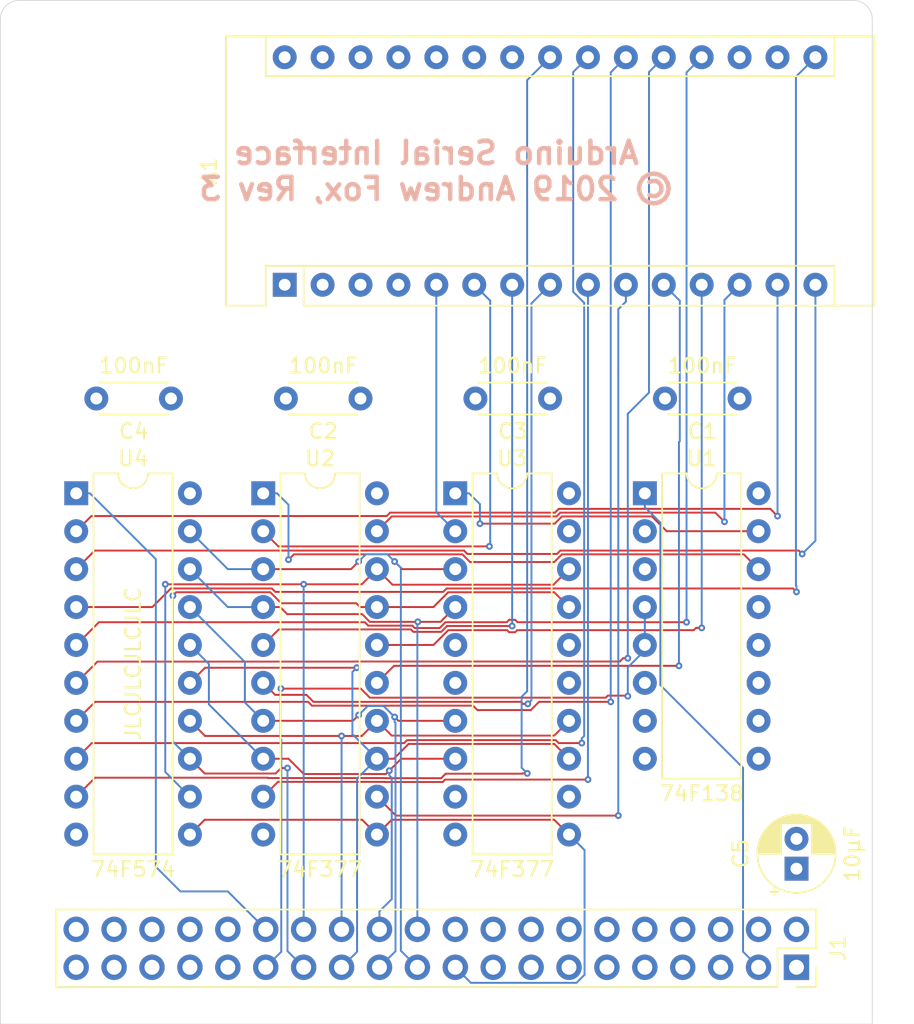
<source format=kicad_pcb>
(kicad_pcb (version 20171130) (host pcbnew "(5.1.0-0)")
  (title_block (title "Arduino Serial Card"))
  (layers (0 F.Cu signal) (1 In1.Cu power hide) (2 In2.Cu power hide) (31 B.Cu signal) (34 B.Paste user) (35 F.Paste user) (36 B.SilkS user) (37 F.SilkS user) (38 B.Mask user) (39 F.Mask user) (44 Edge.Cuts user))
  (net 0 "")
  (net 1 VCC)
  (net 2 GND)
  (net 3 /AddressBus0)
  (net 4 /DataBus7)
  (net 5 /DataBus6)
  (net 6 /DataBus5)
  (net 7 /DataBus4)
  (net 8 /DataBus3)
  (net 9 /DataBus2)
  (net 10 /DataBus1)
  (net 11 /DataBus0)
  (net 12 /~PO)
  (net 13 /~PI)
  (net 14 "Net-(A1-Pad16)")
  (net 15 "Net-(A1-Pad15)")
  (net 16 "Net-(A1-Pad14)")
  (net 17 "Net-(A1-Pad13)")
  (net 18 "Net-(A1-Pad12)")
  (net 19 "Net-(A1-Pad11)")
  (net 20 "Net-(A1-Pad10)")
  (net 21 "Net-(A1-Pad9)")
  (net 22 "Net-(A1-Pad8)")
  (net 23 "Net-(A1-Pad23)")
  (net 24 "Net-(A1-Pad7)")
  (net 25 "Net-(A1-Pad22)")
  (net 26 "Net-(A1-Pad6)")
  (net 27 "Net-(A1-Pad21)")
  (net 28 "Net-(A1-Pad5)")
  (net 29 "Net-(A1-Pad20)")
  (net 30 "Net-(A1-Pad19)")
  (net 31 /RegisterClock)
  (net 32 "Net-(U1-Pad15)")
  (net 33 "Net-(U1-Pad14)")
  (module Package_DIP:DIP-20_W7.62mm (layer F.Cu) (at 113.03 101.6)
    (fp_text reference U4 (at 3.81 -2.33) (layer F.SilkS))
    (fp_text value 74F574 (at 3.81 25.19) (layer F.SilkS))
    (pad 20 thru_hole oval (at 7.62 0) (size 1.6 1.6) (drill 0.8) (layers *.Cu *.Mask) (net 1 VCC))
    (pad 10 thru_hole oval (at 0 22.86) (size 1.6 1.6) (drill 0.8) (layers *.Cu *.Mask) (net 2 GND))
    (pad 19 thru_hole oval (at 7.62 2.54) (size 1.6 1.6) (drill 0.8) (layers *.Cu *.Mask) (net 11 /DataBus0))
    (pad 9 thru_hole oval (at 0 20.32) (size 1.6 1.6) (drill 0.8) (layers *.Cu *.Mask) (net 23 "Net-(A1-Pad23)"))
    (pad 18 thru_hole oval (at 7.62 5.08) (size 1.6 1.6) (drill 0.8) (layers *.Cu *.Mask) (net 10 /DataBus1))
    (pad 8 thru_hole oval (at 0 17.78) (size 1.6 1.6) (drill 0.8) (layers *.Cu *.Mask) (net 25 "Net-(A1-Pad22)"))
    (pad 17 thru_hole oval (at 7.62 7.62) (size 1.6 1.6) (drill 0.8) (layers *.Cu *.Mask) (net 9 /DataBus2))
    (pad 7 thru_hole oval (at 0 15.24) (size 1.6 1.6) (drill 0.8) (layers *.Cu *.Mask) (net 27 "Net-(A1-Pad21)"))
    (pad 16 thru_hole oval (at 7.62 10.16) (size 1.6 1.6) (drill 0.8) (layers *.Cu *.Mask) (net 8 /DataBus3))
    (pad 6 thru_hole oval (at 0 12.7) (size 1.6 1.6) (drill 0.8) (layers *.Cu *.Mask) (net 29 "Net-(A1-Pad20)"))
    (pad 15 thru_hole oval (at 7.62 12.7) (size 1.6 1.6) (drill 0.8) (layers *.Cu *.Mask) (net 7 /DataBus4))
    (pad 5 thru_hole oval (at 0 10.16) (size 1.6 1.6) (drill 0.8) (layers *.Cu *.Mask) (net 30 "Net-(A1-Pad19)"))
    (pad 14 thru_hole oval (at 7.62 15.24) (size 1.6 1.6) (drill 0.8) (layers *.Cu *.Mask) (net 6 /DataBus5))
    (pad 4 thru_hole oval (at 0 7.62) (size 1.6 1.6) (drill 0.8) (layers *.Cu *.Mask) (net 14 "Net-(A1-Pad16)"))
    (pad 13 thru_hole oval (at 7.62 17.78) (size 1.6 1.6) (drill 0.8) (layers *.Cu *.Mask) (net 5 /DataBus6))
    (pad 3 thru_hole oval (at 0 5.08) (size 1.6 1.6) (drill 0.8) (layers *.Cu *.Mask) (net 15 "Net-(A1-Pad15)"))
    (pad 12 thru_hole oval (at 7.62 20.32) (size 1.6 1.6) (drill 0.8) (layers *.Cu *.Mask) (net 4 /DataBus7))
    (pad 2 thru_hole oval (at 0 2.54) (size 1.6 1.6) (drill 0.8) (layers *.Cu *.Mask) (net 16 "Net-(A1-Pad14)"))
    (pad 11 thru_hole oval (at 7.62 22.86) (size 1.6 1.6) (drill 0.8) (layers *.Cu *.Mask) (net 31 /RegisterClock))
    (pad 1 thru_hole rect (at 0 0) (size 1.6 1.6) (drill 0.8) (layers *.Cu *.Mask) (net 12 /~PO))
  )
  (module Package_DIP:DIP-20_W7.62mm (layer F.Cu) (at 138.43 101.6)
    (fp_text reference U3 (at 3.81 -2.33) (layer F.SilkS))
    (fp_text value 74F377 (at 3.81 25.19) (layer F.SilkS))
    (pad 20 thru_hole oval (at 7.62 0) (size 1.6 1.6) (drill 0.8) (layers *.Cu *.Mask) (net 1 VCC))
    (pad 10 thru_hole oval (at 0 22.86) (size 1.6 1.6) (drill 0.8) (layers *.Cu *.Mask) (net 2 GND))
    (pad 19 thru_hole oval (at 7.62 2.54) (size 1.6 1.6) (drill 0.8) (layers *.Cu *.Mask))
    (pad 9 thru_hole oval (at 0 20.32) (size 1.6 1.6) (drill 0.8) (layers *.Cu *.Mask))
    (pad 18 thru_hole oval (at 7.62 5.08) (size 1.6 1.6) (drill 0.8) (layers *.Cu *.Mask) (net 4 /DataBus7))
    (pad 8 thru_hole oval (at 0 17.78) (size 1.6 1.6) (drill 0.8) (layers *.Cu *.Mask) (net 8 /DataBus3))
    (pad 17 thru_hole oval (at 7.62 7.62) (size 1.6 1.6) (drill 0.8) (layers *.Cu *.Mask) (net 5 /DataBus6))
    (pad 7 thru_hole oval (at 0 15.24) (size 1.6 1.6) (drill 0.8) (layers *.Cu *.Mask) (net 9 /DataBus2))
    (pad 16 thru_hole oval (at 7.62 10.16) (size 1.6 1.6) (drill 0.8) (layers *.Cu *.Mask))
    (pad 6 thru_hole oval (at 0 12.7) (size 1.6 1.6) (drill 0.8) (layers *.Cu *.Mask))
    (pad 15 thru_hole oval (at 7.62 12.7) (size 1.6 1.6) (drill 0.8) (layers *.Cu *.Mask))
    (pad 5 thru_hole oval (at 0 10.16) (size 1.6 1.6) (drill 0.8) (layers *.Cu *.Mask))
    (pad 14 thru_hole oval (at 7.62 15.24) (size 1.6 1.6) (drill 0.8) (layers *.Cu *.Mask) (net 6 /DataBus5))
    (pad 4 thru_hole oval (at 0 7.62) (size 1.6 1.6) (drill 0.8) (layers *.Cu *.Mask) (net 10 /DataBus1))
    (pad 13 thru_hole oval (at 7.62 17.78) (size 1.6 1.6) (drill 0.8) (layers *.Cu *.Mask) (net 7 /DataBus4))
    (pad 3 thru_hole oval (at 0 5.08) (size 1.6 1.6) (drill 0.8) (layers *.Cu *.Mask) (net 11 /DataBus0))
    (pad 12 thru_hole oval (at 7.62 20.32) (size 1.6 1.6) (drill 0.8) (layers *.Cu *.Mask))
    (pad 2 thru_hole oval (at 0 2.54) (size 1.6 1.6) (drill 0.8) (layers *.Cu *.Mask) (net 28 "Net-(A1-Pad5)"))
    (pad 11 thru_hole oval (at 7.62 22.86) (size 1.6 1.6) (drill 0.8) (layers *.Cu *.Mask) (net 31 /RegisterClock))
    (pad 1 thru_hole rect (at 0 0) (size 1.6 1.6) (drill 0.8) (layers *.Cu *.Mask) (net 32 "Net-(U1-Pad15)"))
  )
  (module Package_DIP:DIP-20_W7.62mm (layer F.Cu) (at 125.56 101.6)
    (fp_text reference U2 (at 3.81 -2.33) (layer F.SilkS))
    (fp_text value 74F377 (at 3.81 25.19) (layer F.SilkS))
    (pad 20 thru_hole oval (at 7.62 0) (size 1.6 1.6) (drill 0.8) (layers *.Cu *.Mask) (net 1 VCC))
    (pad 10 thru_hole oval (at 0 22.86) (size 1.6 1.6) (drill 0.8) (layers *.Cu *.Mask) (net 2 GND))
    (pad 19 thru_hole oval (at 7.62 2.54) (size 1.6 1.6) (drill 0.8) (layers *.Cu *.Mask) (net 17 "Net-(A1-Pad13)"))
    (pad 9 thru_hole oval (at 0 20.32) (size 1.6 1.6) (drill 0.8) (layers *.Cu *.Mask) (net 21 "Net-(A1-Pad9)"))
    (pad 18 thru_hole oval (at 7.62 5.08) (size 1.6 1.6) (drill 0.8) (layers *.Cu *.Mask) (net 4 /DataBus7))
    (pad 8 thru_hole oval (at 0 17.78) (size 1.6 1.6) (drill 0.8) (layers *.Cu *.Mask) (net 8 /DataBus3))
    (pad 17 thru_hole oval (at 7.62 7.62) (size 1.6 1.6) (drill 0.8) (layers *.Cu *.Mask) (net 5 /DataBus6))
    (pad 7 thru_hole oval (at 0 15.24) (size 1.6 1.6) (drill 0.8) (layers *.Cu *.Mask) (net 9 /DataBus2))
    (pad 16 thru_hole oval (at 7.62 10.16) (size 1.6 1.6) (drill 0.8) (layers *.Cu *.Mask) (net 18 "Net-(A1-Pad12)"))
    (pad 6 thru_hole oval (at 0 12.7) (size 1.6 1.6) (drill 0.8) (layers *.Cu *.Mask) (net 22 "Net-(A1-Pad8)"))
    (pad 15 thru_hole oval (at 7.62 12.7) (size 1.6 1.6) (drill 0.8) (layers *.Cu *.Mask) (net 19 "Net-(A1-Pad11)"))
    (pad 5 thru_hole oval (at 0 10.16) (size 1.6 1.6) (drill 0.8) (layers *.Cu *.Mask) (net 24 "Net-(A1-Pad7)"))
    (pad 14 thru_hole oval (at 7.62 15.24) (size 1.6 1.6) (drill 0.8) (layers *.Cu *.Mask) (net 6 /DataBus5))
    (pad 4 thru_hole oval (at 0 7.62) (size 1.6 1.6) (drill 0.8) (layers *.Cu *.Mask) (net 10 /DataBus1))
    (pad 13 thru_hole oval (at 7.62 17.78) (size 1.6 1.6) (drill 0.8) (layers *.Cu *.Mask) (net 7 /DataBus4))
    (pad 3 thru_hole oval (at 0 5.08) (size 1.6 1.6) (drill 0.8) (layers *.Cu *.Mask) (net 11 /DataBus0))
    (pad 12 thru_hole oval (at 7.62 20.32) (size 1.6 1.6) (drill 0.8) (layers *.Cu *.Mask) (net 20 "Net-(A1-Pad10)"))
    (pad 2 thru_hole oval (at 0 2.54) (size 1.6 1.6) (drill 0.8) (layers *.Cu *.Mask) (net 26 "Net-(A1-Pad6)"))
    (pad 11 thru_hole oval (at 7.62 22.86) (size 1.6 1.6) (drill 0.8) (layers *.Cu *.Mask) (net 31 /RegisterClock))
    (pad 1 thru_hole rect (at 0 0) (size 1.6 1.6) (drill 0.8) (layers *.Cu *.Mask) (net 33 "Net-(U1-Pad14)"))
  )
  (module Package_DIP:DIP-16_W7.62mm (layer F.Cu) (at 151.13 101.6)
    (fp_text reference U1 (at 3.81 -2.33) (layer F.SilkS))
    (fp_text value 74F138 (at 3.81 20.11) (layer F.SilkS))
    (pad 16 thru_hole oval (at 7.62 0) (size 1.6 1.6) (drill 0.8) (layers *.Cu *.Mask) (net 1 VCC))
    (pad 8 thru_hole oval (at 0 17.78) (size 1.6 1.6) (drill 0.8) (layers *.Cu *.Mask) (net 2 GND))
    (pad 15 thru_hole oval (at 7.62 2.54) (size 1.6 1.6) (drill 0.8) (layers *.Cu *.Mask) (net 32 "Net-(U1-Pad15)"))
    (pad 7 thru_hole oval (at 0 15.24) (size 1.6 1.6) (drill 0.8) (layers *.Cu *.Mask))
    (pad 14 thru_hole oval (at 7.62 5.08) (size 1.6 1.6) (drill 0.8) (layers *.Cu *.Mask) (net 33 "Net-(U1-Pad14)"))
    (pad 6 thru_hole oval (at 0 12.7) (size 1.6 1.6) (drill 0.8) (layers *.Cu *.Mask) (net 1 VCC))
    (pad 13 thru_hole oval (at 7.62 7.62) (size 1.6 1.6) (drill 0.8) (layers *.Cu *.Mask))
    (pad 5 thru_hole oval (at 0 10.16) (size 1.6 1.6) (drill 0.8) (layers *.Cu *.Mask) (net 13 /~PI))
    (pad 12 thru_hole oval (at 7.62 10.16) (size 1.6 1.6) (drill 0.8) (layers *.Cu *.Mask))
    (pad 4 thru_hole oval (at 0 7.62) (size 1.6 1.6) (drill 0.8) (layers *.Cu *.Mask) (net 13 /~PI))
    (pad 11 thru_hole oval (at 7.62 12.7) (size 1.6 1.6) (drill 0.8) (layers *.Cu *.Mask))
    (pad 3 thru_hole oval (at 0 5.08) (size 1.6 1.6) (drill 0.8) (layers *.Cu *.Mask) (net 2 GND))
    (pad 10 thru_hole oval (at 7.62 15.24) (size 1.6 1.6) (drill 0.8) (layers *.Cu *.Mask))
    (pad 2 thru_hole oval (at 0 2.54) (size 1.6 1.6) (drill 0.8) (layers *.Cu *.Mask) (net 2 GND))
    (pad 9 thru_hole oval (at 7.62 17.78) (size 1.6 1.6) (drill 0.8) (layers *.Cu *.Mask))
    (pad 1 thru_hole rect (at 0 0) (size 1.6 1.6) (drill 0.8) (layers *.Cu *.Mask) (net 3 /AddressBus0))
  )
  (module Capacitor_THT:CP_Radial_D5.0mm_P2.00mm (layer F.Cu) (at 161.29 126.746 90)
    (fp_text reference C5 (at 1 -3.75 90) (layer F.SilkS))
    (fp_text value 10µF (at 1 3.75 90) (layer F.SilkS))
    (pad 2 thru_hole circle (at 2 0 90) (size 1.6 1.6) (drill 0.8) (layers *.Cu *.Mask) (net 2 GND))
    (pad 1 thru_hole rect (at 0 0 90) (size 1.6 1.6) (drill 0.8) (layers *.Cu *.Mask) (net 1 VCC))
  )
  (module Capacitor_THT:C_Disc_D4.3mm_W1.9mm_P5.00mm (layer F.Cu) (at 119.38 95.25 180)
    (fp_text reference C4 (at 2.5 -2.2 180) (layer F.SilkS))
    (fp_text value 100nF (at 2.5 2.2 180) (layer F.SilkS))
    (pad 2 thru_hole circle (at 5 0 180) (size 1.6 1.6) (drill 0.8) (layers *.Cu *.Mask) (net 2 GND))
    (pad 1 thru_hole circle (at 0 0 180) (size 1.6 1.6) (drill 0.8) (layers *.Cu *.Mask) (net 1 VCC))
  )
  (module Capacitor_THT:C_Disc_D4.3mm_W1.9mm_P5.00mm (layer F.Cu) (at 144.78 95.25 180)
    (fp_text reference C3 (at 2.5 -2.2 180) (layer F.SilkS))
    (fp_text value 100nF (at 2.5 2.2 180) (layer F.SilkS))
    (pad 2 thru_hole circle (at 5 0 180) (size 1.6 1.6) (drill 0.8) (layers *.Cu *.Mask) (net 2 GND))
    (pad 1 thru_hole circle (at 0 0 180) (size 1.6 1.6) (drill 0.8) (layers *.Cu *.Mask) (net 1 VCC))
  )
  (module Capacitor_THT:C_Disc_D4.3mm_W1.9mm_P5.00mm (layer F.Cu) (at 132.08 95.25 180)
    (fp_text reference C2 (at 2.5 -2.2 180) (layer F.SilkS))
    (fp_text value 100nF (at 2.5 2.2 180) (layer F.SilkS))
    (pad 2 thru_hole circle (at 5 0 180) (size 1.6 1.6) (drill 0.8) (layers *.Cu *.Mask) (net 2 GND))
    (pad 1 thru_hole circle (at 0 0 180) (size 1.6 1.6) (drill 0.8) (layers *.Cu *.Mask) (net 1 VCC))
  )
  (module Capacitor_THT:C_Disc_D4.3mm_W1.9mm_P5.00mm (layer F.Cu) (at 157.48 95.25 180)
    (fp_text reference C1 (at 2.5 -2.2 180) (layer F.SilkS))
    (fp_text value 100nF (at 2.5 2.2 180) (layer F.SilkS))
    (pad 2 thru_hole circle (at 5 0 180) (size 1.6 1.6) (drill 0.8) (layers *.Cu *.Mask) (net 2 GND))
    (pad 1 thru_hole circle (at 0 0 180) (size 1.6 1.6) (drill 0.8) (layers *.Cu *.Mask) (net 1 VCC))
  )
  (module Connector_PinSocket_2.54mm:PinSocket_2x20_P2.54mm_Vertical (layer F.Cu) (at 161.29 133.35 270)
    (fp_text reference J1 (at -1.27 -2.77 270) (layer F.SilkS))
    (fp_text value Conn)
    (pad 40 thru_hole oval (at -2.54 48.26 270) (size 1.7 1.7) (drill 1) (layers *.Cu *.Mask) (net 2 GND))
    (pad 39 thru_hole oval (at 0 48.26 270) (size 1.7 1.7) (drill 1) (layers *.Cu *.Mask) (net 2 GND))
    (pad 38 thru_hole oval (at -2.54 45.72 270) (size 1.7 1.7) (drill 1) (layers *.Cu *.Mask) (net 2 GND))
    (pad 37 thru_hole oval (at 0 45.72 270) (size 1.7 1.7) (drill 1) (layers *.Cu *.Mask) (net 2 GND))
    (pad 36 thru_hole oval (at -2.54 43.18 270) (size 1.7 1.7) (drill 1) (layers *.Cu *.Mask) (net 2 GND))
    (pad 35 thru_hole oval (at 0 43.18 270) (size 1.7 1.7) (drill 1) (layers *.Cu *.Mask) (net 2 GND))
    (pad 34 thru_hole oval (at -2.54 40.64 270) (size 1.7 1.7) (drill 1) (layers *.Cu *.Mask) (net 2 GND))
    (pad 33 thru_hole oval (at 0 40.64 270) (size 1.7 1.7) (drill 1) (layers *.Cu *.Mask) (net 2 GND))
    (pad 32 thru_hole oval (at -2.54 38.1 270) (size 1.7 1.7) (drill 1) (layers *.Cu *.Mask) (net 2 GND))
    (pad 31 thru_hole oval (at 0 38.1 270) (size 1.7 1.7) (drill 1) (layers *.Cu *.Mask) (net 2 GND))
    (pad 30 thru_hole oval (at -2.54 35.56 270) (size 1.7 1.7) (drill 1) (layers *.Cu *.Mask) (net 12 /~PO))
    (pad 29 thru_hole oval (at 0 35.56 270) (size 1.7 1.7) (drill 1) (layers *.Cu *.Mask) (net 13 /~PI))
    (pad 28 thru_hole oval (at -2.54 33.02 270) (size 1.7 1.7) (drill 1) (layers *.Cu *.Mask) (net 4 /DataBus7))
    (pad 27 thru_hole oval (at 0 33.02 270) (size 1.7 1.7) (drill 1) (layers *.Cu *.Mask) (net 5 /DataBus6))
    (pad 26 thru_hole oval (at -2.54 30.48 270) (size 1.7 1.7) (drill 1) (layers *.Cu *.Mask) (net 6 /DataBus5))
    (pad 25 thru_hole oval (at 0 30.48 270) (size 1.7 1.7) (drill 1) (layers *.Cu *.Mask) (net 7 /DataBus4))
    (pad 24 thru_hole oval (at -2.54 27.94 270) (size 1.7 1.7) (drill 1) (layers *.Cu *.Mask) (net 8 /DataBus3))
    (pad 23 thru_hole oval (at 0 27.94 270) (size 1.7 1.7) (drill 1) (layers *.Cu *.Mask) (net 9 /DataBus2))
    (pad 22 thru_hole oval (at -2.54 25.4 270) (size 1.7 1.7) (drill 1) (layers *.Cu *.Mask) (net 10 /DataBus1))
    (pad 21 thru_hole oval (at 0 25.4 270) (size 1.7 1.7) (drill 1) (layers *.Cu *.Mask) (net 11 /DataBus0))
    (pad 20 thru_hole oval (at -2.54 22.86 270) (size 1.7 1.7) (drill 1) (layers *.Cu *.Mask))
    (pad 19 thru_hole oval (at 0 22.86 270) (size 1.7 1.7) (drill 1) (layers *.Cu *.Mask) (net 31 /RegisterClock))
    (pad 18 thru_hole oval (at -2.54 20.32 270) (size 1.7 1.7) (drill 1) (layers *.Cu *.Mask))
    (pad 17 thru_hole oval (at 0 20.32 270) (size 1.7 1.7) (drill 1) (layers *.Cu *.Mask))
    (pad 16 thru_hole oval (at -2.54 17.78 270) (size 1.7 1.7) (drill 1) (layers *.Cu *.Mask))
    (pad 15 thru_hole oval (at 0 17.78 270) (size 1.7 1.7) (drill 1) (layers *.Cu *.Mask))
    (pad 14 thru_hole oval (at -2.54 15.24 270) (size 1.7 1.7) (drill 1) (layers *.Cu *.Mask))
    (pad 13 thru_hole oval (at 0 15.24 270) (size 1.7 1.7) (drill 1) (layers *.Cu *.Mask))
    (pad 12 thru_hole oval (at -2.54 12.7 270) (size 1.7 1.7) (drill 1) (layers *.Cu *.Mask))
    (pad 11 thru_hole oval (at 0 12.7 270) (size 1.7 1.7) (drill 1) (layers *.Cu *.Mask))
    (pad 10 thru_hole oval (at -2.54 10.16 270) (size 1.7 1.7) (drill 1) (layers *.Cu *.Mask))
    (pad 9 thru_hole oval (at 0 10.16 270) (size 1.7 1.7) (drill 1) (layers *.Cu *.Mask))
    (pad 8 thru_hole oval (at -2.54 7.62 270) (size 1.7 1.7) (drill 1) (layers *.Cu *.Mask))
    (pad 7 thru_hole oval (at 0 7.62 270) (size 1.7 1.7) (drill 1) (layers *.Cu *.Mask))
    (pad 6 thru_hole oval (at -2.54 5.08 270) (size 1.7 1.7) (drill 1) (layers *.Cu *.Mask))
    (pad 5 thru_hole oval (at 0 5.08 270) (size 1.7 1.7) (drill 1) (layers *.Cu *.Mask))
    (pad 4 thru_hole oval (at -2.54 2.54 270) (size 1.7 1.7) (drill 1) (layers *.Cu *.Mask))
    (pad 3 thru_hole oval (at 0 2.54 270) (size 1.7 1.7) (drill 1) (layers *.Cu *.Mask) (net 3 /AddressBus0))
    (pad 2 thru_hole oval (at -2.54 0 270) (size 1.7 1.7) (drill 1) (layers *.Cu *.Mask) (net 1 VCC))
    (pad 1 thru_hole rect (at 0 0 270) (size 1.7 1.7) (drill 1) (layers *.Cu *.Mask) (net 2 GND))
  )
  (module Module:Arduino_Nano (layer F.Cu) (at 127 87.63 90)
    (fp_text reference A1 (at 7.62 -5.08 90) (layer F.SilkS))
    (fp_text value Arduino_Nano_v3.x)
    (pad 16 thru_hole oval (at 15.24 35.56 90) (size 1.6 1.6) (drill 0.8) (layers *.Cu *.Mask) (net 14 "Net-(A1-Pad16)"))
    (pad 15 thru_hole oval (at 0 35.56 90) (size 1.6 1.6) (drill 0.8) (layers *.Cu *.Mask) (net 15 "Net-(A1-Pad15)"))
    (pad 30 thru_hole oval (at 15.24 0 90) (size 1.6 1.6) (drill 0.8) (layers *.Cu *.Mask))
    (pad 14 thru_hole oval (at 0 33.02 90) (size 1.6 1.6) (drill 0.8) (layers *.Cu *.Mask) (net 16 "Net-(A1-Pad14)"))
    (pad 29 thru_hole oval (at 15.24 2.54 90) (size 1.6 1.6) (drill 0.8) (layers *.Cu *.Mask) (net 2 GND))
    (pad 13 thru_hole oval (at 0 30.48 90) (size 1.6 1.6) (drill 0.8) (layers *.Cu *.Mask) (net 17 "Net-(A1-Pad13)"))
    (pad 28 thru_hole oval (at 15.24 5.08 90) (size 1.6 1.6) (drill 0.8) (layers *.Cu *.Mask))
    (pad 12 thru_hole oval (at 0 27.94 90) (size 1.6 1.6) (drill 0.8) (layers *.Cu *.Mask) (net 18 "Net-(A1-Pad12)"))
    (pad 27 thru_hole oval (at 15.24 7.62 90) (size 1.6 1.6) (drill 0.8) (layers *.Cu *.Mask))
    (pad 11 thru_hole oval (at 0 25.4 90) (size 1.6 1.6) (drill 0.8) (layers *.Cu *.Mask) (net 19 "Net-(A1-Pad11)"))
    (pad 26 thru_hole oval (at 15.24 10.16 90) (size 1.6 1.6) (drill 0.8) (layers *.Cu *.Mask))
    (pad 10 thru_hole oval (at 0 22.86 90) (size 1.6 1.6) (drill 0.8) (layers *.Cu *.Mask) (net 20 "Net-(A1-Pad10)"))
    (pad 25 thru_hole oval (at 15.24 12.7 90) (size 1.6 1.6) (drill 0.8) (layers *.Cu *.Mask))
    (pad 9 thru_hole oval (at 0 20.32 90) (size 1.6 1.6) (drill 0.8) (layers *.Cu *.Mask) (net 21 "Net-(A1-Pad9)"))
    (pad 24 thru_hole oval (at 15.24 15.24 90) (size 1.6 1.6) (drill 0.8) (layers *.Cu *.Mask))
    (pad 8 thru_hole oval (at 0 17.78 90) (size 1.6 1.6) (drill 0.8) (layers *.Cu *.Mask) (net 22 "Net-(A1-Pad8)"))
    (pad 23 thru_hole oval (at 15.24 17.78 90) (size 1.6 1.6) (drill 0.8) (layers *.Cu *.Mask) (net 23 "Net-(A1-Pad23)"))
    (pad 7 thru_hole oval (at 0 15.24 90) (size 1.6 1.6) (drill 0.8) (layers *.Cu *.Mask) (net 24 "Net-(A1-Pad7)"))
    (pad 22 thru_hole oval (at 15.24 20.32 90) (size 1.6 1.6) (drill 0.8) (layers *.Cu *.Mask) (net 25 "Net-(A1-Pad22)"))
    (pad 6 thru_hole oval (at 0 12.7 90) (size 1.6 1.6) (drill 0.8) (layers *.Cu *.Mask) (net 26 "Net-(A1-Pad6)"))
    (pad 21 thru_hole oval (at 15.24 22.86 90) (size 1.6 1.6) (drill 0.8) (layers *.Cu *.Mask) (net 27 "Net-(A1-Pad21)"))
    (pad 5 thru_hole oval (at 0 10.16 90) (size 1.6 1.6) (drill 0.8) (layers *.Cu *.Mask) (net 28 "Net-(A1-Pad5)"))
    (pad 20 thru_hole oval (at 15.24 25.4 90) (size 1.6 1.6) (drill 0.8) (layers *.Cu *.Mask) (net 29 "Net-(A1-Pad20)"))
    (pad 4 thru_hole oval (at 0 7.62 90) (size 1.6 1.6) (drill 0.8) (layers *.Cu *.Mask) (net 2 GND))
    (pad 19 thru_hole oval (at 15.24 27.94 90) (size 1.6 1.6) (drill 0.8) (layers *.Cu *.Mask) (net 30 "Net-(A1-Pad19)"))
    (pad 3 thru_hole oval (at 0 5.08 90) (size 1.6 1.6) (drill 0.8) (layers *.Cu *.Mask))
    (pad 18 thru_hole oval (at 15.24 30.48 90) (size 1.6 1.6) (drill 0.8) (layers *.Cu *.Mask))
    (pad 2 thru_hole oval (at 0 2.54 90) (size 1.6 1.6) (drill 0.8) (layers *.Cu *.Mask))
    (pad 17 thru_hole oval (at 15.24 33.02 90) (size 1.6 1.6) (drill 0.8) (layers *.Cu *.Mask))
    (pad 1 thru_hole rect (at 0 0 90) (size 1.6 1.6) (drill 0.8) (layers *.Cu *.Mask))
  )
  (gr_text JLCJLCJLCJLC (at 116.84 113.03 90) (layer F.SilkS) (effects (font (size 1 1))))
  (gr_arc (start 165.1 69.85) (end 166.37 69.85) (angle -90) (layer Edge.Cuts) (width 0.05))
  (gr_arc (start 109.22 69.85) (end 109.22 68.58) (angle -90) (layer Edge.Cuts) (width 0.05))
  (gr_line (start 107.95 69.85) (end 107.95 137.16) (layer Edge.Cuts) (width 0.05))
  (gr_line (start 165.1 68.58) (end 109.22 68.58) (layer Edge.Cuts) (width 0.05))
  (gr_line (start 166.37 137.16) (end 166.37 69.85) (layer Edge.Cuts) (width 0.05))
  (gr_line (start 162.56 137.16) (end 166.37 137.16) (layer Edge.Cuts) (width 0.05))
  (gr_text "Arduino Serial Interface\n© 2019 Andrew Fox, Rev 3" (at 137.16 80.01) (layer B.SilkS) (effects (font (size 1.5 1.5) (thickness 0.3)) (justify mirror)))
  (gr_line (start 107.95 137.16) (end 162.56 137.16) (layer Edge.Cuts) (width 0.05))
  (segment (start 151.13 101.6) (end 151.13 102.527) (width 0.127) (layer B.Cu) (net 3))
  (segment (start 151.13 102.527) (end 152.170501 103.567501) (width 0.127) (layer B.Cu) (net 3))
  (segment (start 157.709499 119.990499) (end 152.170501 114.451501) (width 0.127) (layer B.Cu) (net 3))
  (segment (start 157.709499 132.309499) (end 157.709499 119.990499) (width 0.127) (layer B.Cu) (net 3))
  (segment (start 158.75 133.35) (end 157.709499 132.309499) (width 0.127) (layer B.Cu) (net 3))
  (segment (start 152.170501 103.567501) (end 152.170501 114.451501) (width 0.127) (layer B.Cu) (net 3))
  (via (at 118.999 107.696) (size 0.45) (drill 0.2) (layers F.Cu B.Cu) (net 4))
  (segment (start 133.18 106.68) (end 132.164 107.696) (width 0.127) (layer F.Cu) (net 4))
  (segment (start 118.999 120.269) (end 120.65 121.92) (width 0.127) (layer B.Cu) (net 4))
  (segment (start 118.999 107.696) (end 118.999 120.269) (width 0.127) (layer B.Cu) (net 4))
  (via (at 128.27 107.696) (size 0.45) (drill 0.2) (layers F.Cu B.Cu) (net 4))
  (segment (start 128.27 130.81) (end 128.27 107.696) (width 0.127) (layer B.Cu) (net 4))
  (segment (start 128.27 107.696) (end 118.999 107.696) (width 0.127) (layer F.Cu) (net 4))
  (segment (start 132.164 107.696) (end 128.27 107.696) (width 0.127) (layer F.Cu) (net 4))
  (segment (start 146.05 106.68) (end 145.008523 107.721477) (width 0.127) (layer F.Cu) (net 4))
  (segment (start 134.221477 107.721477) (end 133.979999 107.479999) (width 0.127) (layer F.Cu) (net 4))
  (segment (start 133.979999 107.479999) (end 133.18 106.68) (width 0.127) (layer F.Cu) (net 4))
  (segment (start 145.008523 107.721477) (end 134.221477 107.721477) (width 0.127) (layer F.Cu) (net 4))
  (via (at 119.507 108.458) (size 0.45) (drill 0.2) (layers F.Cu B.Cu) (net 5))
  (segment (start 119.507 118.237) (end 120.65 119.38) (width 0.127) (layer B.Cu) (net 5))
  (segment (start 119.507 108.458) (end 119.507 118.237) (width 0.127) (layer B.Cu) (net 5))
  (segment (start 133.18 109.22) (end 132.04863 109.22) (width 0.127) (layer F.Cu) (net 5))
  (segment (start 132.04863 109.22) (end 131.794619 108.965989) (width 0.127) (layer F.Cu) (net 5))
  (segment (start 126.771931 108.965989) (end 126.035441 108.229499) (width 0.127) (layer F.Cu) (net 5))
  (segment (start 119.735501 108.229499) (end 119.731999 108.233001) (width 0.127) (layer F.Cu) (net 5))
  (segment (start 131.794619 108.965989) (end 126.771931 108.965989) (width 0.127) (layer F.Cu) (net 5))
  (segment (start 126.035441 108.229499) (end 119.735501 108.229499) (width 0.127) (layer F.Cu) (net 5))
  (segment (start 119.731999 108.233001) (end 119.507 108.458) (width 0.127) (layer F.Cu) (net 5))
  (segment (start 121.640501 120.370501) (end 126.390499 120.370501) (width 0.127) (layer F.Cu) (net 5))
  (segment (start 126.390499 120.370501) (end 126.757012 120.003988) (width 0.127) (layer F.Cu) (net 5))
  (via (at 127.186011 120.003988) (size 0.45) (drill 0.2) (layers F.Cu B.Cu) (net 5))
  (segment (start 120.65 119.38) (end 121.640501 120.370501) (width 0.127) (layer F.Cu) (net 5))
  (segment (start 126.757012 120.003988) (end 126.867813 120.003988) (width 0.127) (layer F.Cu) (net 5))
  (segment (start 126.867813 120.003988) (end 127.186011 120.003988) (width 0.127) (layer F.Cu) (net 5))
  (segment (start 127.186011 132.266011) (end 128.27 133.35) (width 0.127) (layer B.Cu) (net 5))
  (segment (start 127.186011 120.003988) (end 127.186011 132.266011) (width 0.127) (layer B.Cu) (net 5))
  (segment (start 145.059499 108.229499) (end 145.250001 108.420001) (width 0.127) (layer F.Cu) (net 5))
  (segment (start 133.18 109.22) (end 136.964058 109.22) (width 0.127) (layer F.Cu) (net 5))
  (segment (start 137.954559 108.229499) (end 145.059499 108.229499) (width 0.127) (layer F.Cu) (net 5))
  (segment (start 145.250001 108.420001) (end 146.05 109.22) (width 0.127) (layer F.Cu) (net 5))
  (segment (start 136.964058 109.22) (end 137.954559 108.229499) (width 0.127) (layer F.Cu) (net 5))
  (via (at 130.81 117.856) (size 0.45) (drill 0.2) (layers F.Cu B.Cu) (net 6))
  (segment (start 130.81 130.81) (end 130.81 117.856) (width 0.127) (layer B.Cu) (net 6))
  (segment (start 132.164 117.856) (end 133.18 116.84) (width 0.127) (layer F.Cu) (net 6))
  (segment (start 130.81 117.856) (end 132.164 117.856) (width 0.127) (layer F.Cu) (net 6))
  (segment (start 121.666 117.856) (end 120.65 116.84) (width 0.127) (layer F.Cu) (net 6))
  (segment (start 130.81 117.856) (end 121.666 117.856) (width 0.127) (layer F.Cu) (net 6))
  (segment (start 145.250001 117.639999) (end 146.05 116.84) (width 0.127) (layer F.Cu) (net 6))
  (segment (start 145.059499 117.830501) (end 145.250001 117.639999) (width 0.127) (layer F.Cu) (net 6))
  (segment (start 134.170501 117.830501) (end 145.059499 117.830501) (width 0.127) (layer F.Cu) (net 6))
  (segment (start 133.18 116.84) (end 134.170501 117.830501) (width 0.127) (layer F.Cu) (net 6))
  (via (at 131.826 113.284) (size 0.45) (drill 0.2) (layers F.Cu B.Cu) (net 7))
  (segment (start 121.666 113.284) (end 131.826 113.284) (width 0.127) (layer F.Cu) (net 7))
  (segment (start 120.65 114.3) (end 121.666 113.284) (width 0.127) (layer F.Cu) (net 7))
  (segment (start 132.380001 120.179999) (end 133.18 119.38) (width 0.127) (layer B.Cu) (net 7))
  (segment (start 131.850501 120.709499) (end 132.380001 120.179999) (width 0.127) (layer B.Cu) (net 7))
  (segment (start 131.850501 132.309499) (end 131.850501 120.709499) (width 0.127) (layer B.Cu) (net 7))
  (segment (start 130.81 133.35) (end 131.850501 132.309499) (width 0.127) (layer B.Cu) (net 7))
  (segment (start 131.537499 113.572501) (end 131.537499 117.737499) (width 0.127) (layer B.Cu) (net 7))
  (segment (start 131.826 113.284) (end 131.537499 113.572501) (width 0.127) (layer B.Cu) (net 7))
  (segment (start 131.537499 117.737499) (end 132.380001 118.580001) (width 0.127) (layer B.Cu) (net 7))
  (segment (start 132.380001 118.580001) (end 133.18 119.38) (width 0.127) (layer B.Cu) (net 7))
  (segment (start 145.059499 118.389499) (end 145.250001 118.580001) (width 0.127) (layer F.Cu) (net 7))
  (segment (start 135.301871 118.389499) (end 145.059499 118.389499) (width 0.127) (layer F.Cu) (net 7))
  (segment (start 133.18 119.38) (end 134.31137 119.38) (width 0.127) (layer F.Cu) (net 7))
  (segment (start 145.250001 118.580001) (end 146.05 119.38) (width 0.127) (layer F.Cu) (net 7))
  (segment (start 134.31137 119.38) (end 135.301871 118.389499) (width 0.127) (layer F.Cu) (net 7))
  (segment (start 120.65 111.76) (end 121.92 113.03) (width 0.127) (layer B.Cu) (net 8))
  (segment (start 121.92 115.74) (end 125.56 119.38) (width 0.127) (layer B.Cu) (net 8))
  (segment (start 121.92 113.03) (end 121.92 115.74) (width 0.127) (layer B.Cu) (net 8))
  (segment (start 127.254 119.38) (end 128.278913 120.404913) (width 0.127) (layer F.Cu) (net 8))
  (segment (start 134.170501 120.659611) (end 134.009002 120.498112) (width 0.127) (layer B.Cu) (net 8))
  (segment (start 134.009002 120.498112) (end 134.009002 120.179914) (width 0.127) (layer B.Cu) (net 8))
  (segment (start 133.35 130.81) (end 133.35 129.607919) (width 0.127) (layer B.Cu) (net 8))
  (segment (start 134.170501 128.787418) (end 134.170501 120.659611) (width 0.127) (layer B.Cu) (net 8))
  (via (at 134.009002 120.179914) (size 0.45) (drill 0.2) (layers F.Cu B.Cu) (net 8))
  (segment (start 133.784003 120.404913) (end 134.009002 120.179914) (width 0.127) (layer F.Cu) (net 8))
  (segment (start 138.43 119.38) (end 134.808916 119.38) (width 0.127) (layer F.Cu) (net 8))
  (segment (start 134.808916 119.38) (end 134.234001 119.954915) (width 0.127) (layer F.Cu) (net 8))
  (segment (start 134.234001 119.954915) (end 134.009002 120.179914) (width 0.127) (layer F.Cu) (net 8))
  (segment (start 128.278913 120.404913) (end 133.784003 120.404913) (width 0.127) (layer F.Cu) (net 8))
  (segment (start 125.56 119.38) (end 127.254 119.38) (width 0.127) (layer F.Cu) (net 8))
  (segment (start 133.35 129.607919) (end 134.170501 128.787418) (width 0.127) (layer B.Cu) (net 8))
  (segment (start 121.449999 110.019999) (end 120.65 109.22) (width 0.127) (layer B.Cu) (net 9))
  (segment (start 124.333 112.903) (end 121.449999 110.019999) (width 0.127) (layer B.Cu) (net 9))
  (segment (start 124.333 115.613) (end 124.333 112.903) (width 0.127) (layer B.Cu) (net 9))
  (segment (start 125.56 116.84) (end 124.333 115.613) (width 0.127) (layer B.Cu) (net 9))
  (via (at 131.953 116.459) (size 0.45) (drill 0.2) (layers F.Cu B.Cu) (net 9))
  (segment (start 131.572 116.84) (end 131.953 116.459) (width 0.127) (layer F.Cu) (net 9))
  (segment (start 125.56 116.84) (end 131.572 116.84) (width 0.127) (layer F.Cu) (net 9))
  (via (at 134.366 116.586) (size 0.45) (drill 0.2) (layers F.Cu B.Cu) (net 9))
  (segment (start 133.629499 115.849499) (end 134.366 116.586) (width 0.127) (layer B.Cu) (net 9))
  (segment (start 132.562501 115.849499) (end 133.629499 115.849499) (width 0.127) (layer B.Cu) (net 9))
  (segment (start 131.953 116.459) (end 132.562501 115.849499) (width 0.127) (layer B.Cu) (net 9))
  (segment (start 134.62 116.84) (end 138.43 116.84) (width 0.127) (layer F.Cu) (net 9))
  (segment (start 134.366 116.586) (end 134.62 116.84) (width 0.127) (layer F.Cu) (net 9))
  (segment (start 134.424512 116.96271) (end 134.366 116.904198) (width 0.127) (layer B.Cu) (net 9))
  (segment (start 134.424512 132.275488) (end 134.424512 116.96271) (width 0.127) (layer B.Cu) (net 9))
  (segment (start 134.366 116.904198) (end 134.366 116.586) (width 0.127) (layer B.Cu) (net 9))
  (segment (start 133.35 133.35) (end 134.424512 132.275488) (width 0.127) (layer B.Cu) (net 9))
  (segment (start 123.19 109.22) (end 125.56 109.22) (width 0.127) (layer B.Cu) (net 10))
  (segment (start 120.65 106.68) (end 123.19 109.22) (width 0.127) (layer B.Cu) (net 10))
  (segment (start 137.630001 110.019999) (end 138.43 109.22) (width 0.127) (layer F.Cu) (net 10))
  (segment (start 132.189499 109.695441) (end 132.704559 110.210501) (width 0.127) (layer F.Cu) (net 10))
  (segment (start 127.166811 109.695441) (end 132.189499 109.695441) (width 0.127) (layer F.Cu) (net 10))
  (segment (start 126.69137 109.22) (end 127.166811 109.695441) (width 0.127) (layer F.Cu) (net 10))
  (segment (start 125.56 109.22) (end 126.69137 109.22) (width 0.127) (layer F.Cu) (net 10))
  (segment (start 137.439499 110.210501) (end 137.630001 110.019999) (width 0.127) (layer F.Cu) (net 10))
  (via (at 135.915499 110.210501) (size 0.45) (drill 0.2) (layers F.Cu B.Cu) (net 10))
  (segment (start 135.89 130.81) (end 135.89 110.236) (width 0.127) (layer B.Cu) (net 10))
  (segment (start 132.704559 110.210501) (end 135.915499 110.210501) (width 0.127) (layer F.Cu) (net 10))
  (segment (start 135.915499 110.210501) (end 137.439499 110.210501) (width 0.127) (layer F.Cu) (net 10))
  (segment (start 135.89 110.236) (end 135.915499 110.210501) (width 0.127) (layer B.Cu) (net 10))
  (segment (start 123.19 106.68) (end 125.56 106.68) (width 0.127) (layer B.Cu) (net 11))
  (segment (start 120.65 104.14) (end 123.19 106.68) (width 0.127) (layer B.Cu) (net 11))
  (via (at 131.953 106.172) (size 0.45) (drill 0.2) (layers F.Cu B.Cu) (net 11))
  (segment (start 131.445 106.68) (end 131.953 106.172) (width 0.127) (layer F.Cu) (net 11))
  (segment (start 125.56 106.68) (end 131.445 106.68) (width 0.127) (layer F.Cu) (net 11))
  (segment (start 133.883499 105.689499) (end 134.366 106.172) (width 0.127) (layer B.Cu) (net 11))
  (segment (start 132.435501 105.689499) (end 133.883499 105.689499) (width 0.127) (layer B.Cu) (net 11))
  (via (at 134.366 106.172) (size 0.45) (drill 0.2) (layers F.Cu B.Cu) (net 11))
  (segment (start 131.953 106.172) (end 132.435501 105.689499) (width 0.127) (layer B.Cu) (net 11))
  (segment (start 134.874 106.68) (end 138.43 106.68) (width 0.127) (layer F.Cu) (net 11))
  (segment (start 134.366 106.172) (end 134.874 106.68) (width 0.127) (layer F.Cu) (net 11))
  (segment (start 134.781502 106.587502) (end 134.366 106.172) (width 0.127) (layer B.Cu) (net 11))
  (segment (start 134.781502 132.241502) (end 134.781502 106.587502) (width 0.127) (layer B.Cu) (net 11))
  (segment (start 135.89 133.35) (end 134.781502 132.241502) (width 0.127) (layer B.Cu) (net 11))
  (segment (start 125.603 130.683) (end 125.73 130.81) (width 0.127) (layer B.Cu) (net 12))
  (segment (start 125.73 130.81) (end 123.19 128.27) (width 0.127) (layer B.Cu) (net 12))
  (segment (start 113.957 101.6) (end 118.364 106.007) (width 0.127) (layer B.Cu) (net 12))
  (segment (start 113.03 101.6) (end 113.957 101.6) (width 0.127) (layer B.Cu) (net 12))
  (segment (start 118.364 106.007) (end 118.364 126.619) (width 0.127) (layer B.Cu) (net 12))
  (segment (start 118.364 126.619) (end 120.015 128.27) (width 0.127) (layer B.Cu) (net 12))
  (segment (start 123.19 128.27) (end 120.015 128.27) (width 0.127) (layer B.Cu) (net 12))
  (segment (start 126.770501 132.309499) (end 126.770501 118.076503) (width 0.127) (layer B.Cu) (net 13))
  (segment (start 126.711499 114.969501) (end 126.711499 118.017501) (width 0.127) (layer B.Cu) (net 13))
  (segment (start 125.73 133.35) (end 126.770501 132.309499) (width 0.127) (layer B.Cu) (net 13))
  (segment (start 126.770501 118.076503) (end 126.711499 118.017501) (width 0.127) (layer B.Cu) (net 13))
  (via (at 126.746 114.684499) (size 0.45) (drill 0.2) (layers F.Cu B.Cu) (net 13))
  (segment (start 126.711499 114.719) (end 126.746 114.684499) (width 0.127) (layer B.Cu) (net 13))
  (segment (start 126.711499 114.969501) (end 126.711499 114.719) (width 0.127) (layer B.Cu) (net 13))
  (via (at 149.987 115.189) (size 0.45) (drill 0.2) (layers F.Cu B.Cu) (net 13))
  (segment (start 148.508557 115.290501) (end 148.644559 115.154499) (width 0.127) (layer F.Cu) (net 13))
  (segment (start 148.644559 115.154499) (end 149.952499 115.154499) (width 0.127) (layer F.Cu) (net 13))
  (segment (start 132.704559 115.290501) (end 148.508557 115.290501) (width 0.127) (layer F.Cu) (net 13))
  (segment (start 132.098557 114.684499) (end 132.704559 115.290501) (width 0.127) (layer F.Cu) (net 13))
  (segment (start 149.952499 115.154499) (end 149.987 115.189) (width 0.127) (layer F.Cu) (net 13))
  (segment (start 126.746 114.684499) (end 132.098557 114.684499) (width 0.127) (layer F.Cu) (net 13))
  (segment (start 149.987 113.263942) (end 151.13 112.120942) (width 0.127) (layer B.Cu) (net 13))
  (segment (start 151.13 112.120942) (end 151.13 111.76) (width 0.127) (layer B.Cu) (net 13))
  (segment (start 149.987 115.189) (end 149.987 113.263942) (width 0.127) (layer B.Cu) (net 13))
  (segment (start 151.13 111.76) (end 151.13 109.22) (width 0.127) (layer B.Cu) (net 13))
  (segment (start 161.255498 107.788498) (end 161.255498 73.694502) (width 0.127) (layer B.Cu) (net 14))
  (segment (start 161.255498 73.694502) (end 162.56 72.39) (width 0.127) (layer B.Cu) (net 14))
  (via (at 161.29 108.204) (size 0.45) (drill 0.2) (layers F.Cu B.Cu) (net 14))
  (segment (start 161.29 107.823) (end 161.255498 107.788498) (width 0.127) (layer B.Cu) (net 14))
  (segment (start 161.29 108.204) (end 161.29 107.823) (width 0.127) (layer B.Cu) (net 14))
  (segment (start 137.620834 108.204) (end 126.369167 108.204) (width 0.127) (layer F.Cu) (net 14))
  (segment (start 161.29 108.204) (end 161.061488 107.975488) (width 0.127) (layer F.Cu) (net 14))
  (segment (start 161.061488 107.975488) (end 137.849345 107.975488) (width 0.127) (layer F.Cu) (net 14))
  (segment (start 126.140655 107.975488) (end 119.374568 107.975488) (width 0.127) (layer F.Cu) (net 14))
  (segment (start 137.849345 107.975488) (end 137.620834 108.204) (width 0.127) (layer F.Cu) (net 14))
  (segment (start 126.369167 108.204) (end 126.140655 107.975488) (width 0.127) (layer F.Cu) (net 14))
  (segment (start 119.374568 107.975488) (end 118.130056 109.22) (width 0.127) (layer F.Cu) (net 14))
  (segment (start 114.16137 109.22) (end 113.03 109.22) (width 0.127) (layer F.Cu) (net 14))
  (segment (start 118.130056 109.22) (end 114.16137 109.22) (width 0.127) (layer F.Cu) (net 14))
  (via (at 161.671 105.664) (size 0.45) (drill 0.2) (layers F.Cu B.Cu) (net 15))
  (segment (start 162.56 87.63) (end 162.56 104.775) (width 0.127) (layer B.Cu) (net 15))
  (segment (start 162.56 104.775) (end 161.671 105.664) (width 0.127) (layer B.Cu) (net 15))
  (segment (start 145.469345 105.435488) (end 145.240834 105.664) (width 0.127) (layer F.Cu) (net 15))
  (segment (start 145.240834 105.664) (end 139.239166 105.664) (width 0.127) (layer F.Cu) (net 15))
  (segment (start 161.671 105.664) (end 161.442488 105.435488) (width 0.127) (layer F.Cu) (net 15))
  (segment (start 139.239166 105.664) (end 139.010655 105.435488) (width 0.127) (layer F.Cu) (net 15))
  (segment (start 161.442488 105.435488) (end 145.469345 105.435488) (width 0.127) (layer F.Cu) (net 15))
  (segment (start 114.274512 105.435488) (end 113.829999 105.880001) (width 0.127) (layer F.Cu) (net 15))
  (segment (start 139.010655 105.435488) (end 114.274512 105.435488) (width 0.127) (layer F.Cu) (net 15))
  (segment (start 113.829999 105.880001) (end 113.03 106.68) (width 0.127) (layer F.Cu) (net 15))
  (via (at 160.02 103.124) (size 0.45) (drill 0.2) (layers F.Cu B.Cu) (net 16))
  (segment (start 160.02 87.63) (end 160.02 103.124) (width 0.127) (layer B.Cu) (net 16))
  (segment (start 113.829999 103.340001) (end 113.03 104.14) (width 0.127) (layer F.Cu) (net 16))
  (segment (start 114.046 103.124) (end 113.829999 103.340001) (width 0.127) (layer F.Cu) (net 16))
  (segment (start 134.065287 102.895488) (end 133.836776 103.124) (width 0.127) (layer F.Cu) (net 16))
  (segment (start 160.02 103.124) (end 159.537477 102.641477) (width 0.127) (layer F.Cu) (net 16))
  (segment (start 133.836776 103.124) (end 114.046 103.124) (width 0.127) (layer F.Cu) (net 16))
  (segment (start 145.364131 102.641477) (end 145.11012 102.895488) (width 0.127) (layer F.Cu) (net 16))
  (segment (start 159.537477 102.641477) (end 145.364131 102.641477) (width 0.127) (layer F.Cu) (net 16))
  (segment (start 145.11012 102.895488) (end 134.065287 102.895488) (width 0.127) (layer F.Cu) (net 16))
  (via (at 156.464 103.505) (size 0.45) (drill 0.2) (layers F.Cu B.Cu) (net 17))
  (segment (start 156.464 88.646) (end 157.48 87.63) (width 0.127) (layer B.Cu) (net 17))
  (segment (start 156.464 103.505) (end 156.464 88.646) (width 0.127) (layer B.Cu) (net 17))
  (segment (start 133.979999 103.340001) (end 133.18 104.14) (width 0.127) (layer F.Cu) (net 17))
  (segment (start 156.464 103.505) (end 155.854488 102.895488) (width 0.127) (layer F.Cu) (net 17))
  (segment (start 145.469345 102.895488) (end 145.215335 103.149499) (width 0.127) (layer F.Cu) (net 17))
  (segment (start 155.854488 102.895488) (end 145.469345 102.895488) (width 0.127) (layer F.Cu) (net 17))
  (segment (start 134.170501 103.149499) (end 133.979999 103.340001) (width 0.127) (layer F.Cu) (net 17))
  (segment (start 145.215335 103.149499) (end 134.170501 103.149499) (width 0.127) (layer F.Cu) (net 17))
  (segment (start 154.94 110.617) (end 154.94 110.744) (width 0.127) (layer B.Cu) (net 18))
  (segment (start 154.94 110.744) (end 154.94 87.63) (width 0.127) (layer B.Cu) (net 18))
  (via (at 154.94 110.617) (size 0.45) (drill 0.2) (layers F.Cu B.Cu) (net 18))
  (segment (start 142.040559 110.905501) (end 142.439441 110.905501) (width 0.127) (layer F.Cu) (net 18))
  (segment (start 154.559 110.617) (end 154.621802 110.617) (width 0.127) (layer F.Cu) (net 18))
  (segment (start 133.18 111.76) (end 136.967674 111.76) (width 0.127) (layer F.Cu) (net 18))
  (segment (start 142.575443 110.769499) (end 154.406501 110.769499) (width 0.127) (layer F.Cu) (net 18))
  (segment (start 154.621802 110.617) (end 154.94 110.617) (width 0.127) (layer F.Cu) (net 18))
  (segment (start 141.904557 110.769499) (end 142.040559 110.905501) (width 0.127) (layer F.Cu) (net 18))
  (segment (start 137.958175 110.769499) (end 141.904557 110.769499) (width 0.127) (layer F.Cu) (net 18))
  (segment (start 154.406501 110.769499) (end 154.559 110.617) (width 0.127) (layer F.Cu) (net 18))
  (segment (start 136.967674 111.76) (end 137.958175 110.769499) (width 0.127) (layer F.Cu) (net 18))
  (segment (start 142.439441 110.905501) (end 142.575443 110.769499) (width 0.127) (layer F.Cu) (net 18))
  (via (at 153.416 113.157) (size 0.45) (drill 0.2) (layers F.Cu B.Cu) (net 19))
  (segment (start 134.323 113.157) (end 133.18 114.3) (width 0.127) (layer F.Cu) (net 19))
  (segment (start 153.416 113.157) (end 134.323 113.157) (width 0.127) (layer F.Cu) (net 19))
  (segment (start 153.470501 98.116499) (end 153.416 98.171) (width 0.127) (layer B.Cu) (net 19))
  (segment (start 153.470501 88.700501) (end 153.470501 98.116499) (width 0.127) (layer B.Cu) (net 19))
  (segment (start 152.4 87.63) (end 153.470501 88.700501) (width 0.127) (layer B.Cu) (net 19))
  (segment (start 153.416 98.171) (end 153.416 113.157) (width 0.127) (layer B.Cu) (net 19))
  (segment (start 149.86 88.76137) (end 149.352 89.26937) (width 0.127) (layer B.Cu) (net 20))
  (segment (start 149.86 87.63) (end 149.86 88.76137) (width 0.127) (layer B.Cu) (net 20))
  (segment (start 149.352 89.26937) (end 149.352 93.345) (width 0.127) (layer B.Cu) (net 20))
  (via (at 149.352 123.19) (size 0.45) (drill 0.2) (layers F.Cu B.Cu) (net 20))
  (segment (start 149.352 93.345) (end 149.352 123.19) (width 0.127) (layer B.Cu) (net 20))
  (segment (start 134.45 123.19) (end 133.18 121.92) (width 0.127) (layer F.Cu) (net 20))
  (segment (start 149.352 123.19) (end 134.45 123.19) (width 0.127) (layer F.Cu) (net 20))
  (via (at 147.32 120.777) (size 0.45) (drill 0.2) (layers F.Cu B.Cu) (net 21))
  (segment (start 147.32 87.63) (end 147.32 120.777) (width 0.127) (layer B.Cu) (net 21))
  (segment (start 133.664454 120.938512) (end 133.655441 120.929499) (width 0.127) (layer F.Cu) (net 21))
  (segment (start 133.655441 120.929499) (end 126.550501 120.929499) (width 0.127) (layer F.Cu) (net 21))
  (segment (start 137.75145 120.777) (end 137.589938 120.938512) (width 0.127) (layer F.Cu) (net 21))
  (segment (start 126.550501 120.929499) (end 125.56 121.92) (width 0.127) (layer F.Cu) (net 21))
  (segment (start 137.589938 120.938512) (end 133.664454 120.938512) (width 0.127) (layer F.Cu) (net 21))
  (segment (start 147.32 120.777) (end 137.75145 120.777) (width 0.127) (layer F.Cu) (net 21))
  (segment (start 143.53369 88.87631) (end 143.53369 115.461935) (width 0.127) (layer B.Cu) (net 22))
  (segment (start 144.78 87.63) (end 143.53369 88.87631) (width 0.127) (layer B.Cu) (net 22))
  (segment (start 143.53369 115.461935) (end 143.514613 115.481012) (width 0.127) (layer B.Cu) (net 22))
  (via (at 143.289614 115.706011) (size 0.45) (drill 0.2) (layers F.Cu B.Cu) (net 22))
  (segment (start 143.514613 115.481012) (end 143.289614 115.706011) (width 0.127) (layer B.Cu) (net 22))
  (segment (start 125.56 114.3) (end 126.359999 115.099999) (width 0.127) (layer F.Cu) (net 22))
  (segment (start 128.456775 115.099999) (end 128.926785 115.570009) (width 0.127) (layer F.Cu) (net 22))
  (segment (start 142.835414 115.570009) (end 142.971416 115.706011) (width 0.127) (layer F.Cu) (net 22))
  (segment (start 126.359999 115.099999) (end 128.456775 115.099999) (width 0.127) (layer F.Cu) (net 22))
  (segment (start 128.926785 115.570009) (end 142.835414 115.570009) (width 0.127) (layer F.Cu) (net 22))
  (segment (start 142.971416 115.706011) (end 143.289614 115.706011) (width 0.127) (layer F.Cu) (net 22))
  (via (at 143.251758 120.36149) (size 0.45) (drill 0.2) (layers F.Cu B.Cu) (net 23))
  (segment (start 143.245189 114.858718) (end 142.874113 115.229794) (width 0.127) (layer B.Cu) (net 23))
  (segment (start 143.245189 73.924811) (end 143.245189 114.858718) (width 0.127) (layer B.Cu) (net 23))
  (segment (start 143.026759 120.136491) (end 143.251758 120.36149) (width 0.127) (layer B.Cu) (net 23))
  (segment (start 142.874113 119.983845) (end 143.026759 120.136491) (width 0.127) (layer B.Cu) (net 23))
  (segment (start 144.78 72.39) (end 143.245189 73.924811) (width 0.127) (layer B.Cu) (net 23))
  (segment (start 142.874113 115.229794) (end 142.874113 119.983845) (width 0.127) (layer B.Cu) (net 23))
  (segment (start 114.299989 120.650011) (end 113.03 121.92) (width 0.127) (layer F.Cu) (net 23))
  (segment (start 125.856989 120.650011) (end 114.299989 120.650011) (width 0.127) (layer F.Cu) (net 23))
  (segment (start 125.882466 120.675488) (end 125.856989 120.650011) (width 0.127) (layer F.Cu) (net 23))
  (segment (start 133.769668 120.684501) (end 133.760655 120.675488) (width 0.127) (layer F.Cu) (net 23))
  (segment (start 137.484724 120.684501) (end 133.769668 120.684501) (width 0.127) (layer F.Cu) (net 23))
  (segment (start 142.912289 120.382761) (end 137.786464 120.382761) (width 0.127) (layer F.Cu) (net 23))
  (segment (start 133.760655 120.675488) (end 125.882466 120.675488) (width 0.127) (layer F.Cu) (net 23))
  (segment (start 142.93356 120.36149) (end 142.912289 120.382761) (width 0.127) (layer F.Cu) (net 23))
  (segment (start 137.786464 120.382761) (end 137.484724 120.684501) (width 0.127) (layer F.Cu) (net 23))
  (segment (start 143.251758 120.36149) (end 142.93356 120.36149) (width 0.127) (layer F.Cu) (net 23))
  (segment (start 142.24 87.63) (end 142.24 88.76137) (width 0.127) (layer B.Cu) (net 24))
  (via (at 142.24 110.49) (size 0.45) (drill 0.2) (layers F.Cu B.Cu) (net 24))
  (segment (start 142.24 88.76137) (end 142.24 110.49) (width 0.127) (layer B.Cu) (net 24))
  (segment (start 137.87845 110.49) (end 137.488437 110.880013) (width 0.127) (layer F.Cu) (net 24))
  (segment (start 142.24 110.49) (end 137.87845 110.49) (width 0.127) (layer F.Cu) (net 24))
  (segment (start 126.359999 110.960001) (end 125.56 111.76) (width 0.127) (layer F.Cu) (net 24))
  (segment (start 137.488437 110.880013) (end 135.610844 110.880013) (width 0.127) (layer F.Cu) (net 24))
  (segment (start 135.449355 110.718523) (end 126.601477 110.718523) (width 0.127) (layer F.Cu) (net 24))
  (segment (start 135.610844 110.880013) (end 135.449355 110.718523) (width 0.127) (layer F.Cu) (net 24))
  (segment (start 126.601477 110.718523) (end 126.359999 110.960001) (width 0.127) (layer F.Cu) (net 24))
  (segment (start 146.90449 118.013445) (end 146.90449 118.331643) (width 0.127) (layer B.Cu) (net 25))
  (via (at 146.90449 118.331643) (size 0.45) (drill 0.2) (layers F.Cu B.Cu) (net 25))
  (segment (start 147.32 72.39) (end 146.329499 73.380501) (width 0.127) (layer B.Cu) (net 25))
  (segment (start 147.065989 117.851946) (end 146.90449 118.013445) (width 0.127) (layer B.Cu) (net 25))
  (segment (start 146.329499 73.380501) (end 146.329499 88.105441) (width 0.127) (layer B.Cu) (net 25))
  (segment (start 147.065989 88.841931) (end 147.065989 117.851946) (width 0.127) (layer B.Cu) (net 25))
  (segment (start 146.329499 88.105441) (end 147.065989 88.841931) (width 0.127) (layer B.Cu) (net 25))
  (segment (start 113.03 119.38) (end 114.078357 118.331643) (width 0.127) (layer F.Cu) (net 25))
  (segment (start 146.586292 118.331643) (end 146.90449 118.331643) (width 0.127) (layer F.Cu) (net 25))
  (segment (start 114.078357 118.331643) (end 135.000502 118.331643) (width 0.127) (layer F.Cu) (net 25))
  (segment (start 135.000502 118.331643) (end 135.196657 118.135488) (width 0.127) (layer F.Cu) (net 25))
  (segment (start 135.196657 118.135488) (end 145.164713 118.135488) (width 0.127) (layer F.Cu) (net 25))
  (segment (start 145.360867 118.331643) (end 146.586292 118.331643) (width 0.127) (layer F.Cu) (net 25))
  (segment (start 145.164713 118.135488) (end 145.360867 118.331643) (width 0.127) (layer F.Cu) (net 25))
  (segment (start 140.770501 105.101499) (end 140.716 105.156) (width 0.127) (layer B.Cu) (net 26))
  (via (at 140.716 105.156) (size 0.45) (drill 0.2) (layers F.Cu B.Cu) (net 26))
  (segment (start 140.770501 88.700501) (end 140.770501 105.101499) (width 0.127) (layer B.Cu) (net 26))
  (segment (start 139.7 87.63) (end 140.770501 88.700501) (width 0.127) (layer B.Cu) (net 26))
  (segment (start 126.576 105.156) (end 125.56 104.14) (width 0.127) (layer F.Cu) (net 26))
  (segment (start 140.716 105.156) (end 126.576 105.156) (width 0.127) (layer F.Cu) (net 26))
  (via (at 148.844 115.57) (size 0.45) (drill 0.2) (layers F.Cu B.Cu) (net 27))
  (segment (start 148.844 73.406) (end 148.844 115.57) (width 0.127) (layer B.Cu) (net 27))
  (segment (start 149.86 72.39) (end 148.844 73.406) (width 0.127) (layer B.Cu) (net 27))
  (segment (start 114.3 115.57) (end 113.829999 116.040001) (width 0.127) (layer F.Cu) (net 27))
  (segment (start 113.829999 116.040001) (end 113.03 116.84) (width 0.127) (layer F.Cu) (net 27))
  (segment (start 128.567551 115.57) (end 114.3 115.57) (width 0.127) (layer F.Cu) (net 27))
  (segment (start 139.616546 115.82402) (end 128.821571 115.82402) (width 0.127) (layer F.Cu) (net 27))
  (segment (start 148.844 115.57) (end 144.040569 115.57) (width 0.127) (layer F.Cu) (net 27))
  (segment (start 143.489056 116.121513) (end 139.914039 116.121513) (width 0.127) (layer F.Cu) (net 27))
  (segment (start 139.914039 116.121513) (end 139.616546 115.82402) (width 0.127) (layer F.Cu) (net 27))
  (segment (start 128.821571 115.82402) (end 128.567551 115.57) (width 0.127) (layer F.Cu) (net 27))
  (segment (start 144.040569 115.57) (end 143.489056 116.121513) (width 0.127) (layer F.Cu) (net 27))
  (segment (start 137.16 102.87) (end 138.43 104.14) (width 0.127) (layer B.Cu) (net 28))
  (segment (start 137.16 87.63) (end 137.16 102.87) (width 0.127) (layer B.Cu) (net 28))
  (via (at 149.987 112.649) (size 0.45) (drill 0.2) (layers F.Cu B.Cu) (net 29))
  (segment (start 149.987 96.277058) (end 149.987 112.649) (width 0.127) (layer B.Cu) (net 29))
  (segment (start 151.409499 73.380501) (end 151.409499 94.854559) (width 0.127) (layer B.Cu) (net 29))
  (segment (start 151.409499 94.854559) (end 149.987 96.277058) (width 0.127) (layer B.Cu) (net 29))
  (segment (start 152.4 72.39) (end 151.409499 73.380501) (width 0.127) (layer B.Cu) (net 29))
  (segment (start 149.668802 112.649) (end 149.449304 112.868498) (width 0.127) (layer F.Cu) (net 29))
  (segment (start 149.987 112.649) (end 149.668802 112.649) (width 0.127) (layer F.Cu) (net 29))
  (segment (start 131.626558 112.868498) (end 131.621057 112.873999) (width 0.127) (layer F.Cu) (net 29))
  (segment (start 149.449304 112.868498) (end 131.626558 112.868498) (width 0.127) (layer F.Cu) (net 29))
  (segment (start 113.829999 113.500001) (end 113.03 114.3) (width 0.127) (layer F.Cu) (net 29))
  (segment (start 131.621057 112.873999) (end 114.456001 112.873999) (width 0.127) (layer F.Cu) (net 29))
  (segment (start 114.456001 112.873999) (end 113.829999 113.500001) (width 0.127) (layer F.Cu) (net 29))
  (via (at 153.924 110.236) (size 0.45) (drill 0.2) (layers F.Cu B.Cu) (net 30))
  (segment (start 153.924 73.406) (end 153.924 110.236) (width 0.127) (layer B.Cu) (net 30))
  (segment (start 154.94 72.39) (end 153.924 73.406) (width 0.127) (layer B.Cu) (net 30))
  (segment (start 132.599345 110.464512) (end 132.370834 110.236) (width 0.127) (layer F.Cu) (net 30))
  (segment (start 142.439441 110.074499) (end 142.040559 110.074499) (width 0.127) (layer F.Cu) (net 30))
  (segment (start 132.370834 110.236) (end 114.554 110.236) (width 0.127) (layer F.Cu) (net 30))
  (segment (start 153.924 110.236) (end 142.600942 110.236) (width 0.127) (layer F.Cu) (net 30))
  (segment (start 142.600942 110.236) (end 142.439441 110.074499) (width 0.127) (layer F.Cu) (net 30))
  (segment (start 137.773224 110.236) (end 137.383222 110.626002) (width 0.127) (layer F.Cu) (net 30))
  (segment (start 137.383222 110.626002) (end 135.716058 110.626002) (width 0.127) (layer F.Cu) (net 30))
  (segment (start 141.879058 110.236) (end 137.773224 110.236) (width 0.127) (layer F.Cu) (net 30))
  (segment (start 113.829999 110.960001) (end 113.03 111.76) (width 0.127) (layer F.Cu) (net 30))
  (segment (start 114.554 110.236) (end 113.829999 110.960001) (width 0.127) (layer F.Cu) (net 30))
  (segment (start 135.554568 110.464512) (end 132.599345 110.464512) (width 0.127) (layer F.Cu) (net 30))
  (segment (start 142.040559 110.074499) (end 141.879058 110.236) (width 0.127) (layer F.Cu) (net 30))
  (segment (start 135.716058 110.626002) (end 135.554568 110.464512) (width 0.127) (layer F.Cu) (net 30))
  (segment (start 132.189499 123.469499) (end 132.380001 123.660001) (width 0.127) (layer F.Cu) (net 31))
  (segment (start 132.380001 123.660001) (end 133.18 124.46) (width 0.127) (layer F.Cu) (net 31))
  (segment (start 121.640501 123.469499) (end 132.189499 123.469499) (width 0.127) (layer F.Cu) (net 31))
  (segment (start 120.65 124.46) (end 121.640501 123.469499) (width 0.127) (layer F.Cu) (net 31))
  (segment (start 134.170501 123.469499) (end 145.059499 123.469499) (width 0.127) (layer F.Cu) (net 31))
  (segment (start 145.250001 123.660001) (end 146.05 124.46) (width 0.127) (layer F.Cu) (net 31))
  (segment (start 145.059499 123.469499) (end 145.250001 123.660001) (width 0.127) (layer F.Cu) (net 31))
  (segment (start 133.18 124.46) (end 134.170501 123.469499) (width 0.127) (layer F.Cu) (net 31))
  (segment (start 146.849999 125.259999) (end 146.05 124.46) (width 0.127) (layer B.Cu) (net 31))
  (segment (start 147.090501 125.500501) (end 146.849999 125.259999) (width 0.127) (layer B.Cu) (net 31))
  (segment (start 147.090501 133.849441) (end 147.090501 125.500501) (width 0.127) (layer B.Cu) (net 31))
  (segment (start 146.549441 134.390501) (end 147.090501 133.849441) (width 0.127) (layer B.Cu) (net 31))
  (segment (start 139.470501 134.390501) (end 146.549441 134.390501) (width 0.127) (layer B.Cu) (net 31))
  (segment (start 138.43 133.35) (end 139.470501 134.390501) (width 0.127) (layer B.Cu) (net 31))
  (segment (start 145.092058 103.632) (end 140.081 103.632) (width 0.127) (layer F.Cu) (net 32))
  (segment (start 151.605441 103.149499) (end 145.574559 103.149499) (width 0.127) (layer F.Cu) (net 32))
  (segment (start 152.595942 104.14) (end 151.605441 103.149499) (width 0.127) (layer F.Cu) (net 32))
  (segment (start 158.75 104.14) (end 152.595942 104.14) (width 0.127) (layer F.Cu) (net 32))
  (segment (start 145.574559 103.149499) (end 145.092058 103.632) (width 0.127) (layer F.Cu) (net 32))
  (via (at 140.081 103.632) (size 0.45) (drill 0.2) (layers F.Cu B.Cu) (net 32))
  (segment (start 139.357 101.6) (end 138.43 101.6) (width 0.127) (layer B.Cu) (net 32))
  (segment (start 140.081 102.324) (end 139.357 101.6) (width 0.127) (layer B.Cu) (net 32))
  (segment (start 140.081 103.632) (end 140.081 102.324) (width 0.127) (layer B.Cu) (net 32))
  (via (at 127.254 106.045) (size 0.45) (drill 0.2) (layers F.Cu B.Cu) (net 33))
  (segment (start 127.609501 105.689499) (end 127.254 106.045) (width 0.127) (layer F.Cu) (net 33))
  (segment (start 138.905441 105.689499) (end 127.609501 105.689499) (width 0.127) (layer F.Cu) (net 33))
  (segment (start 139.420501 106.204559) (end 138.905441 105.689499) (width 0.127) (layer F.Cu) (net 33))
  (segment (start 145.574559 105.689499) (end 145.059499 106.204559) (width 0.127) (layer F.Cu) (net 33))
  (segment (start 157.759499 105.689499) (end 145.574559 105.689499) (width 0.127) (layer F.Cu) (net 33))
  (segment (start 158.75 106.68) (end 157.759499 105.689499) (width 0.127) (layer F.Cu) (net 33))
  (segment (start 145.059499 106.204559) (end 139.420501 106.204559) (width 0.127) (layer F.Cu) (net 33))
  (segment (start 126.487 101.6) (end 125.56 101.6) (width 0.127) (layer B.Cu) (net 33))
  (segment (start 127.254 102.367) (end 126.487 101.6) (width 0.127) (layer B.Cu) (net 33))
  (segment (start 127.254 106.045) (end 127.254 102.367) (width 0.127) (layer B.Cu) (net 33))
)
</source>
